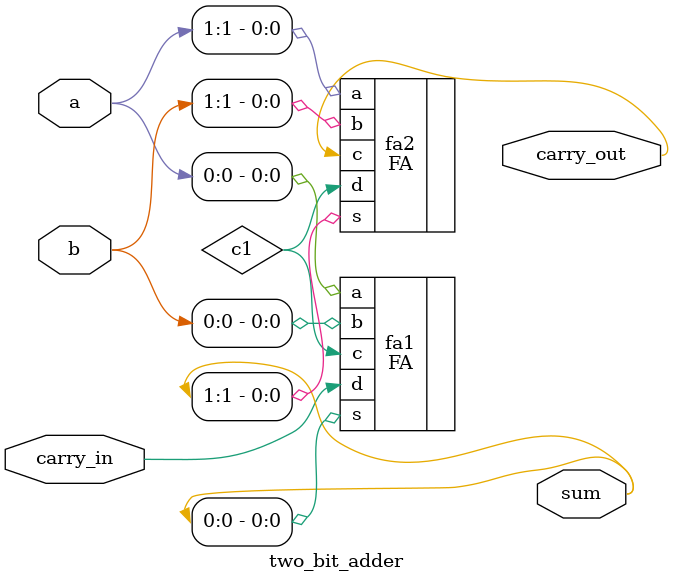
<source format=v>
`timescale 1ns / 1ps
module two_bit_adder (
    input [1:0] a, 
    input [1:0] b, 
  	input carry_in,
    output [1:0] sum, 
    output carry_out 
);
    wire c1; 
    FA fa1 (
        .a(a[0]),
        .b(b[0]),
      	.d(carry_in), 
        .c(c1),   
        .s(sum[0])
    );
    FA fa2 (
        .a(a[1]),
        .b(b[1]),
        .d(c1),   
        .c(carry_out),
        .s(sum[1]) 
    );

endmodule

</source>
